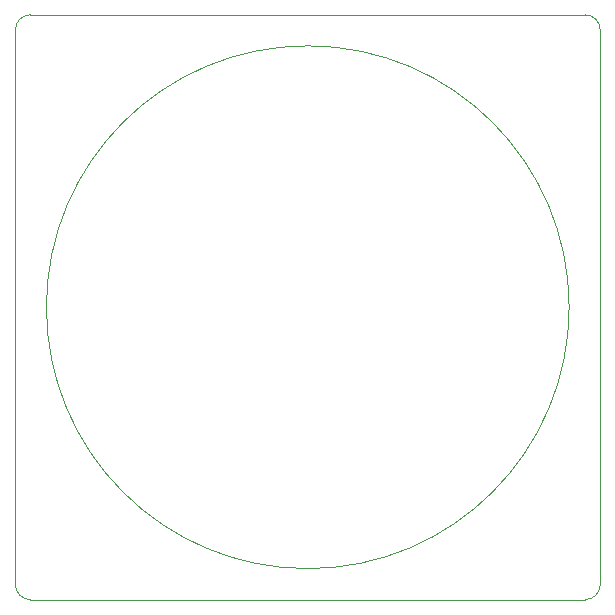
<source format=gbr>
%TF.GenerationSoftware,KiCad,Pcbnew,7.0.5*%
%TF.CreationDate,2024-08-05T01:27:44+08:00*%
%TF.ProjectId,TPS,5450532e-6b69-4636-9164-5f7063625858,rev?*%
%TF.SameCoordinates,Original*%
%TF.FileFunction,Profile,NP*%
%FSLAX46Y46*%
G04 Gerber Fmt 4.6, Leading zero omitted, Abs format (unit mm)*
G04 Created by KiCad (PCBNEW 7.0.5) date 2024-08-05 01:27:44*
%MOMM*%
%LPD*%
G01*
G04 APERTURE LIST*
%TA.AperFunction,Profile*%
%ADD10C,0.120000*%
%TD*%
%TA.AperFunction,Profile*%
%ADD11C,0.100000*%
%TD*%
G04 APERTURE END LIST*
D10*
X86705000Y-55686000D02*
X39731000Y-55686000D01*
X38461000Y-103930000D02*
G75*
G03*
X39731000Y-105200000I1270000J0D01*
G01*
X39731000Y-55686000D02*
G75*
G03*
X38461000Y-56956000I0J-1270000D01*
G01*
X87975000Y-103930000D02*
X87975000Y-56956000D01*
D11*
X85348000Y-80443000D02*
G75*
G03*
X85348000Y-80443000I-22130000J0D01*
G01*
D10*
X86705000Y-105200000D02*
X39731000Y-105200000D01*
X38461000Y-56956000D02*
X38461000Y-103930000D01*
X86705000Y-105200000D02*
G75*
G03*
X87975000Y-103930000I0J1270000D01*
G01*
X87975000Y-56956000D02*
G75*
G03*
X86705000Y-55686000I-1270000J0D01*
G01*
M02*

</source>
